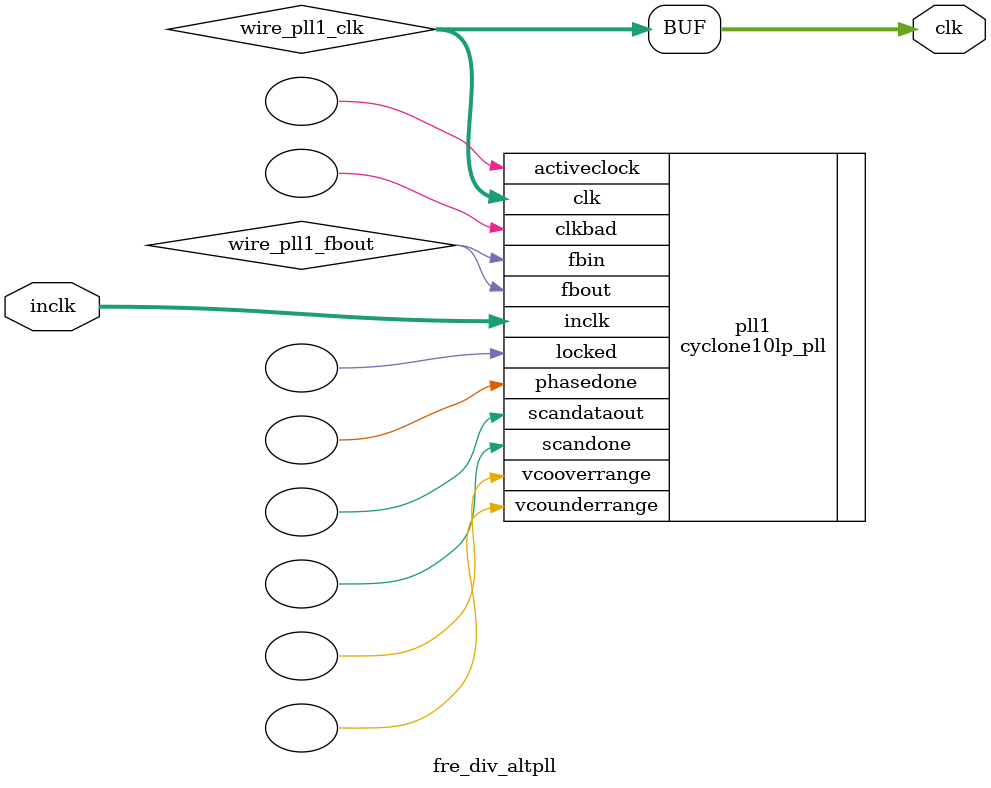
<source format=v>






//synthesis_resources = cyclone10lp_pll 1 
//synopsys translate_off
`timescale 1 ps / 1 ps
//synopsys translate_on
module  fre_div_altpll
	( 
	clk,
	inclk) /* synthesis synthesis_clearbox=1 */;
	output   [4:0]  clk;
	input   [1:0]  inclk;
`ifndef ALTERA_RESERVED_QIS
// synopsys translate_off
`endif
	tri0   [1:0]  inclk;
`ifndef ALTERA_RESERVED_QIS
// synopsys translate_on
`endif

	wire  [4:0]   wire_pll1_clk;
	wire  wire_pll1_fbout;

	cyclone10lp_pll   pll1
	( 
	.activeclock(),
	.clk(wire_pll1_clk),
	.clkbad(),
	.fbin(wire_pll1_fbout),
	.fbout(wire_pll1_fbout),
	.inclk(inclk),
	.locked(),
	.phasedone(),
	.scandataout(),
	.scandone(),
	.vcooverrange(),
	.vcounderrange()
	`ifndef FORMAL_VERIFICATION
	// synopsys translate_off
	`endif
	,
	.areset(1'b0),
	.clkswitch(1'b0),
	.configupdate(1'b0),
	.pfdena(1'b1),
	.phasecounterselect({3{1'b0}}),
	.phasestep(1'b0),
	.phaseupdown(1'b0),
	.scanclk(1'b0),
	.scanclkena(1'b1),
	.scandata(1'b0)
	`ifndef FORMAL_VERIFICATION
	// synopsys translate_on
	`endif
	);
	defparam
		pll1.bandwidth_type = "auto",
		pll1.clk0_divide_by = 15625,
		pll1.clk0_duty_cycle = 50,
		pll1.clk0_multiply_by = 4096,
		pll1.clk0_phase_shift = "0",
		pll1.clk1_divide_by = 15625,
		pll1.clk1_duty_cycle = 50,
		pll1.clk1_multiply_by = 8192,
		pll1.clk1_phase_shift = "0",
		pll1.compensate_clock = "clk0",
		pll1.inclk0_input_frequency = 40000,
		pll1.operation_mode = "normal",
		pll1.pll_type = "auto",
		pll1.lpm_type = "cyclone10lp_pll";
	assign
		clk = {wire_pll1_clk[4:0]};
endmodule //fre_div_altpll
//VALID FILE

</source>
